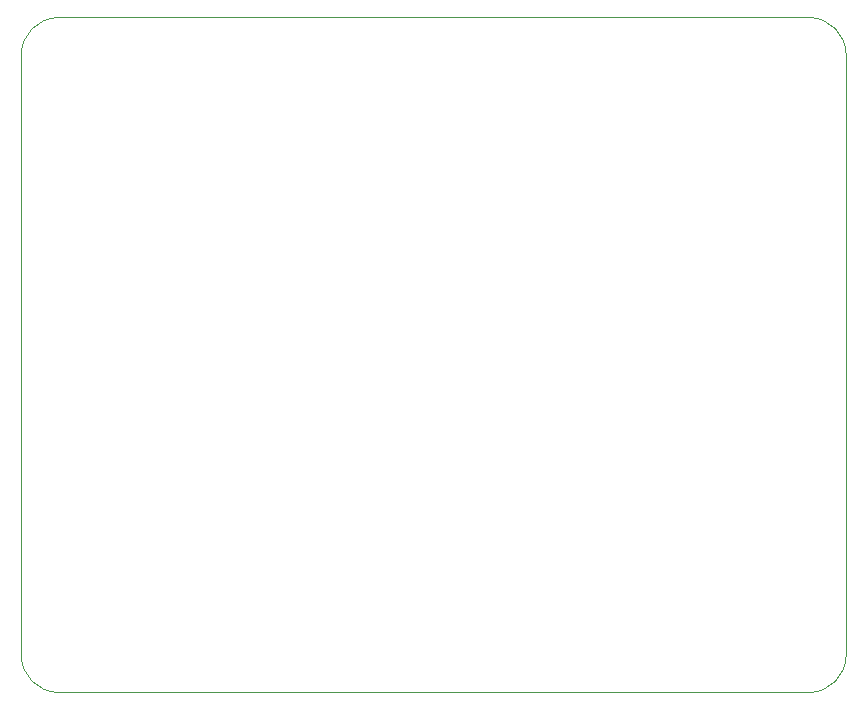
<source format=gbr>
%TF.GenerationSoftware,KiCad,Pcbnew,7.0.7*%
%TF.CreationDate,2023-09-16T11:16:50-05:00*%
%TF.ProjectId,giga_pad,67696761-5f70-4616-942e-6b696361645f,rev?*%
%TF.SameCoordinates,Original*%
%TF.FileFunction,Profile,NP*%
%FSLAX46Y46*%
G04 Gerber Fmt 4.6, Leading zero omitted, Abs format (unit mm)*
G04 Created by KiCad (PCBNEW 7.0.7) date 2023-09-16 11:16:50*
%MOMM*%
%LPD*%
G01*
G04 APERTURE LIST*
%TA.AperFunction,Profile*%
%ADD10C,0.100000*%
%TD*%
G04 APERTURE END LIST*
D10*
X71120000Y-93980000D02*
X134620000Y-93980000D01*
X67945000Y-87630000D02*
X67945000Y-90805000D01*
X67945000Y-40005000D02*
X67945000Y-87630000D01*
X134620000Y-36830000D02*
X132080000Y-36830000D01*
X137795000Y-40005000D02*
X137795000Y-90805000D01*
X134620000Y-93980000D02*
G75*
G03*
X137795000Y-90805000I0J3175000D01*
G01*
X67945000Y-90805000D02*
G75*
G03*
X71120000Y-93980000I3175000J0D01*
G01*
X132080000Y-36830000D02*
X71120000Y-36830000D01*
X137795000Y-40005000D02*
G75*
G03*
X134620000Y-36830000I-3175000J0D01*
G01*
X71120000Y-36830000D02*
G75*
G03*
X67945000Y-40005000I0J-3175000D01*
G01*
M02*

</source>
